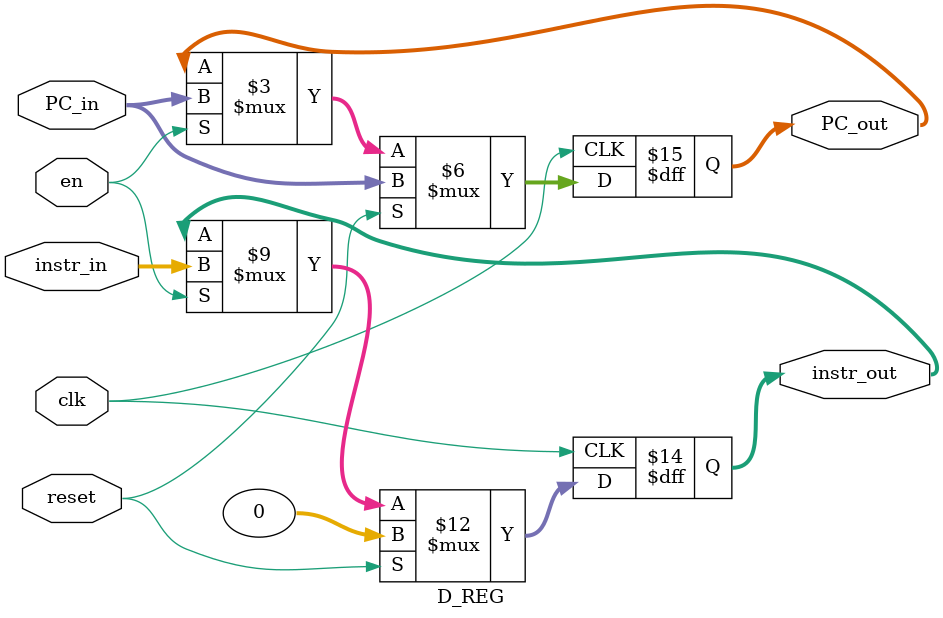
<source format=v>
module D_REG (
    input clk,
    input reset,
    input en,
    input [31:0] instr_in,
    input [31:0] PC_in,

    output reg [31:0] instr_out,
    output reg [31:0] PC_out
);

    always @(posedge clk) begin
        if(reset) begin
            instr_out <= 0;
            PC_out <= PC_in;
        end
        else if(en) begin
            instr_out <= instr_in;
            PC_out <= PC_in;
        end 
        else begin
            instr_out <= instr_out;
            PC_out <= PC_out;
        end
    end    
endmodule
</source>
